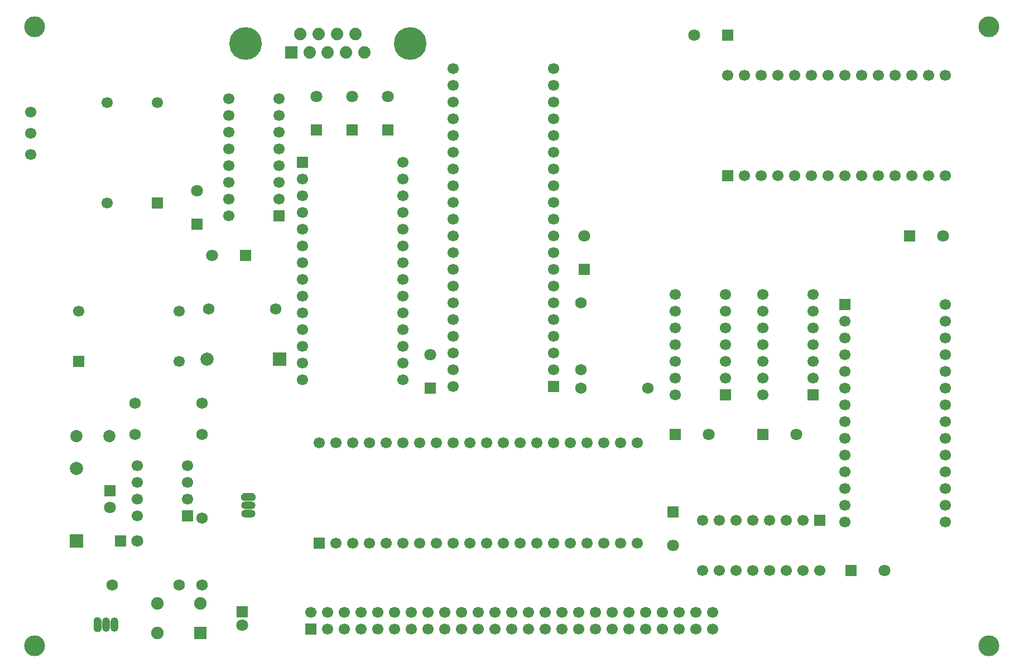
<source format=gbr>
G04 DipTrace 2.4.0.2*
%INBottomMask.gbr*%
%MOIN*%
%ADD22R,0.0709X0.0709*%
%ADD23C,0.0709*%
%ADD33R,0.0669X0.0669*%
%ADD34C,0.0669*%
%ADD39C,0.125*%
%ADD50O,0.0867X0.0474*%
%ADD52O,0.0474X0.0867*%
%ADD54C,0.0749*%
%ADD55R,0.0749X0.0749*%
%ADD56C,0.068*%
%ADD58C,0.068*%
%ADD60C,0.073*%
%ADD62C,0.1954*%
%ADD64C,0.0745*%
%ADD66R,0.0745X0.0745*%
%ADD71C,0.0789*%
%ADD72R,0.0789X0.0789*%
%ADD74C,0.071*%
%FSLAX44Y44*%
G04*
G70*
G90*
G75*
G01*
%LNBotMask*%
%LPD*%
D74*
X9940Y13690D3*
D22*
Y14690D3*
D74*
X43565Y11440D3*
D22*
Y13440D3*
D74*
X11565Y11690D3*
D22*
X10565D3*
D74*
X44815Y41940D3*
D22*
X46815D3*
D74*
X29065Y22815D3*
D22*
Y20815D3*
D74*
X38253Y29940D3*
D22*
Y27940D3*
D74*
X22259Y38256D3*
D22*
Y36256D3*
D74*
X15134Y32631D3*
D22*
Y30631D3*
D74*
X45690Y18065D3*
D22*
X43690D3*
D74*
X59690Y29940D3*
D22*
X57690D3*
D74*
X24384Y38256D3*
D22*
Y36256D3*
D74*
X16009Y28756D3*
D22*
X18009D3*
D74*
X26509Y38256D3*
D22*
Y36256D3*
D74*
X50940Y18065D3*
D22*
X48940D3*
D74*
X56190Y9940D3*
D22*
X54190D3*
D72*
X20065Y22565D3*
D71*
X15715D3*
D72*
X7940Y11690D3*
D71*
Y16040D3*
D33*
X22440Y11565D3*
D34*
X23440D3*
X24440D3*
X25440D3*
X26440D3*
X27440D3*
X28440D3*
X29440D3*
X30440D3*
X31440D3*
X32440D3*
X33440D3*
X34440D3*
X35440D3*
X36440D3*
X37440D3*
X38440D3*
X39440D3*
X40440D3*
X41440D3*
Y17565D3*
X40440D3*
X39440D3*
X38440D3*
X37440D3*
X36440D3*
X35440D3*
X34440D3*
X33440D3*
X32440D3*
X31440D3*
X30440D3*
X29440D3*
X28440D3*
X27440D3*
X26440D3*
X25440D3*
X24440D3*
X23440D3*
X22440D3*
D33*
X21440Y34315D3*
D34*
Y33315D3*
Y32315D3*
Y31315D3*
Y30315D3*
Y29315D3*
Y28315D3*
Y27315D3*
Y26315D3*
Y25315D3*
Y24315D3*
Y23315D3*
Y22315D3*
Y21315D3*
X27424D3*
Y22315D3*
Y23315D3*
Y24315D3*
Y25315D3*
Y26315D3*
Y27315D3*
Y28315D3*
Y29315D3*
Y30315D3*
Y31315D3*
Y32315D3*
Y33315D3*
Y34315D3*
D33*
X46840Y33540D3*
D34*
X47840D3*
X48840D3*
X49840D3*
X50840D3*
X51840D3*
X52840D3*
X53840D3*
X54840D3*
X55840D3*
X56840D3*
X57840D3*
X58840D3*
X59840D3*
Y39540D3*
X58840D3*
X57840D3*
X56840D3*
X55840D3*
X54840D3*
X53840D3*
X52840D3*
X51840D3*
X50840D3*
X49840D3*
X48840D3*
X47840D3*
X46840D3*
D33*
X36440Y20940D3*
D34*
Y21940D3*
Y22940D3*
Y23940D3*
Y24940D3*
Y25940D3*
Y26940D3*
Y27940D3*
Y28940D3*
Y29940D3*
Y30940D3*
Y31940D3*
Y32940D3*
Y33940D3*
Y34940D3*
Y35940D3*
Y36940D3*
Y37940D3*
Y38940D3*
Y39940D3*
X30440D3*
Y38940D3*
Y37940D3*
Y36940D3*
Y35940D3*
Y34940D3*
Y33940D3*
Y32940D3*
Y31940D3*
Y30940D3*
Y29940D3*
Y28940D3*
Y27940D3*
Y26940D3*
Y25940D3*
Y24940D3*
Y23940D3*
Y22940D3*
Y21940D3*
Y20940D3*
D33*
X53810Y25815D3*
D34*
Y24815D3*
Y23815D3*
Y22815D3*
Y21815D3*
Y20815D3*
Y19815D3*
Y18815D3*
Y17815D3*
Y16815D3*
Y15815D3*
Y14815D3*
Y13815D3*
Y12815D3*
X59810D3*
Y13815D3*
Y14815D3*
Y15815D3*
Y16815D3*
Y17815D3*
Y18815D3*
Y19815D3*
Y20815D3*
Y21815D3*
Y22815D3*
Y23815D3*
Y24815D3*
Y25815D3*
D33*
X20009Y31131D3*
D34*
Y32131D3*
Y33131D3*
Y34131D3*
Y35131D3*
Y36131D3*
Y37131D3*
Y38131D3*
X17009D3*
Y37131D3*
Y36131D3*
Y35131D3*
Y34131D3*
Y33131D3*
Y32131D3*
Y31131D3*
D33*
X21940Y6440D3*
D34*
Y7440D3*
X22940Y6440D3*
Y7440D3*
X23940Y6440D3*
Y7440D3*
X24940Y6440D3*
Y7440D3*
X25940Y6440D3*
Y7440D3*
X26940Y6440D3*
Y7440D3*
X27940Y6440D3*
Y7440D3*
X28940Y6440D3*
Y7440D3*
X29940Y6440D3*
Y7440D3*
X30940Y6440D3*
Y7440D3*
X31940Y6440D3*
Y7440D3*
X32940Y6440D3*
Y7440D3*
X33940Y6440D3*
Y7440D3*
X34940Y6440D3*
Y7440D3*
X35940Y6440D3*
Y7440D3*
X36940Y6440D3*
Y7440D3*
X37940Y6440D3*
Y7440D3*
X38940Y6440D3*
Y7440D3*
X39940Y6440D3*
Y7440D3*
X40940Y6440D3*
Y7440D3*
X41940Y6440D3*
Y7440D3*
X42940Y6440D3*
Y7440D3*
X43940Y6440D3*
Y7440D3*
X44940Y6440D3*
Y7440D3*
X45940Y6440D3*
Y7440D3*
D22*
X17810Y7459D3*
D23*
Y6671D3*
D66*
X20759Y40881D3*
D64*
X21849D3*
X22940D3*
X24031D3*
X25121D3*
X21304Y41999D3*
X22395D3*
X23485D3*
X24576D3*
D62*
X18021Y41440D3*
X27859D3*
D60*
X7936Y17945D3*
X9904D3*
D58*
X15815Y25565D3*
D56*
X19815D3*
D58*
X11440Y19940D3*
D56*
X15440D3*
D58*
X42065Y20815D3*
D56*
X38065D3*
D58*
Y21940D3*
D56*
Y25940D3*
D58*
X10065Y9065D3*
D56*
X14065D3*
D58*
X11440Y18065D3*
D56*
X15440D3*
D55*
X15320Y6179D3*
D54*
Y7951D3*
X12760D3*
Y6179D3*
D34*
X5190Y37325D3*
Y36065D3*
Y34805D3*
G36*
X8953Y6383D2*
X9075Y6261D1*
X9305D1*
X9427Y6383D1*
Y7007D1*
X9305Y7129D1*
X9075D1*
X8953Y7007D1*
Y6383D1*
G37*
D52*
X9690Y6695D3*
X10190D3*
D33*
X52315Y12940D3*
D34*
X51315D3*
X50315D3*
X49315D3*
X48315D3*
X47315D3*
X46315D3*
X45315D3*
Y9940D3*
X46315D3*
X47315D3*
X48315D3*
X49315D3*
X50315D3*
X51315D3*
X52315D3*
D33*
X51940Y20440D3*
D34*
Y21440D3*
Y22440D3*
Y23440D3*
Y24440D3*
Y25440D3*
Y26440D3*
X48940D3*
Y25440D3*
Y24440D3*
Y23440D3*
Y22440D3*
Y21440D3*
Y20440D3*
D33*
X46690D3*
D34*
Y21440D3*
Y22440D3*
Y23440D3*
Y24440D3*
Y25440D3*
Y26440D3*
X43690D3*
Y25440D3*
Y24440D3*
Y23440D3*
Y22440D3*
Y21440D3*
Y20440D3*
D33*
X14570Y13195D3*
D34*
Y14195D3*
Y15195D3*
Y16195D3*
X11570D3*
Y15195D3*
Y14195D3*
Y13195D3*
D33*
X12759Y31881D3*
D34*
Y37881D3*
X9759D3*
Y31881D3*
D33*
X8065Y22440D3*
D34*
X14065D3*
Y25440D3*
X8065D3*
G36*
X17878Y14552D2*
X17756Y14430D1*
Y14200D1*
X17878Y14078D1*
X18502D1*
X18624Y14200D1*
Y14430D1*
X18502Y14552D1*
X17878D1*
G37*
D50*
X18190Y13815D3*
Y13315D3*
D58*
X15440Y9070D3*
D56*
Y13070D3*
D39*
X5440Y42440D3*
Y5440D3*
X62440D3*
Y42440D3*
M02*

</source>
